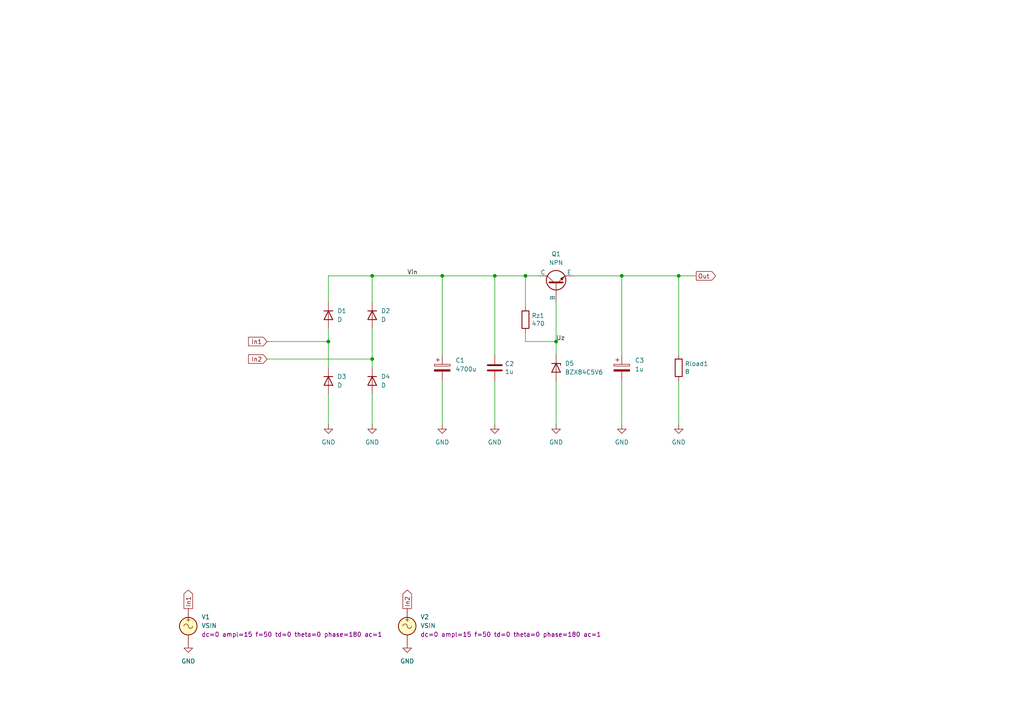
<source format=kicad_sch>
(kicad_sch (version 20250114) (generator "eeschema") (generator_version "9.0")
  (paper "A4")
  (title_block (title "Rectifier with 4 diodes and NPN passtransistor") (date "2025-09-13") (company "GitHub/OJStuff"))
  (lib_symbols
    (symbol "Device:C" (pin_numbers (hide yes)) (pin_names (offset 0.254))
      (property "Reference" "C" (at 0.635 2.54 0))
      (property "Value" "C" (at 0.635 -2.54 0))
      (symbol "C_0_1"
        (polyline (pts (xy -2.032 0.762) (xy 2.032 0.762)) (stroke (width 0.508)))
        (polyline (pts (xy -2.032 -0.762) (xy 2.032 -0.762)) (stroke (width 0.508)))
      )
      (symbol "C_1_1"
        (pin passive line (at 0 3.81 270) (length 2.794) (name "~") (number "1"))
        (pin passive line (at 0 -3.81 90) (length 2.794) (name "~") (number "2"))
      )
    )
    (symbol "Device:C_Polarized" (pin_numbers (hide yes)) (pin_names (offset 0.254))
      (property "Reference" "C" (at 0.635 2.54 0))
      (property "Value" "C_Polarized" (at 0.635 -2.54 0))
      (symbol "C_Polarized_0_1"
        (rectangle (start -2.286 0.508) (end 2.286 1.016))
        (polyline (pts (xy -1.778 2.286) (xy -0.762 2.286)))
        (polyline (pts (xy -1.27 2.794) (xy -1.27 1.778)))
        (rectangle (start 2.286 -0.508) (end -2.286 -1.016) (fill (type outline)))
      )
      (symbol "C_Polarized_1_1"
        (pin passive line (at 0 3.81 270) (length 2.794) (name "~") (number "1"))
        (pin passive line (at 0 -3.81 90) (length 2.794) (name "~") (number "2"))
      )
    )
    (symbol "Device:D" (pin_numbers (hide yes)) (pin_names (offset 1.016) (hide yes))
      (property "Reference" "D" (at 0 2.54 0))
      (property "Value" "D" (at 0 -2.54 0))
      (symbol "D_0_1"
        (polyline (pts (xy -1.27 1.27) (xy -1.27 -1.27)) (stroke (width 0.254)))
        (polyline (pts (xy 1.27 1.27) (xy 1.27 -1.27) (xy -1.27 0) (xy 1.27 1.27)) (stroke (width 0.254)))
        (polyline (pts (xy 1.27 0) (xy -1.27 0)))
      )
      (symbol "D_1_1"
        (pin passive line (at -3.81 0 0) (length 2.54) (name "K") (number "1"))
        (pin passive line (at 3.81 0 180) (length 2.54) (name "A") (number "2"))
      )
    )
    (symbol "Device:D_Zener" (pin_numbers (hide yes)) (pin_names (offset 1.016) (hide yes))
      (property "Reference" "D" (at 0 2.54 0))
      (property "Value" "D_Zener" (at 0 -2.54 0))
      (symbol "D_Zener_0_1"
        (polyline (pts (xy -1.27 -1.27) (xy -1.27 1.27) (xy -0.762 1.27)) (stroke (width 0.254)))
        (polyline (pts (xy 1.27 0) (xy -1.27 0)))
        (polyline (pts (xy 1.27 -1.27) (xy 1.27 1.27) (xy -1.27 0) (xy 1.27 -1.27)) (stroke (width 0.254)))
      )
      (symbol "D_Zener_1_1"
        (pin passive line (at -3.81 0 0) (length 2.54) (name "K") (number "1"))
        (pin passive line (at 3.81 0 180) (length 2.54) (name "A") (number "2"))
      )
    )
    (symbol "Device:R" (pin_numbers (hide yes)) (pin_names (offset 0))
      (property "Reference" "R" (at 2.032 0 90))
      (property "Value" "R" (at 0 0 90))
      (symbol "R_0_1"
        (rectangle (start -1.016 -2.54) (end 1.016 2.54) (stroke (width 0.254)))
      )
      (symbol "R_1_1"
        (pin passive line (at 0 3.81 270) (length 1.27) (name "~") (number "1"))
        (pin passive line (at 0 -3.81 90) (length 1.27) (name "~") (number "2"))
      )
    )
    (symbol "GND_1" (power) (pin_numbers (hide yes)) (pin_names (offset 0) (hide yes))
      (property "Value" "GND" (at 0 -3.81 0))
      (symbol "GND_1_0_1"
        (polyline (pts (xy 0 0) (xy 0 -1.27) (xy 1.27 -1.27) (xy 0 -2.54) (xy -1.27 -1.27) (xy 0 -1.27)))
      )
      (symbol "GND_1_1_1"
        (pin power_in line (at 0 0 270) (length 0) (name "~") (number "1"))
      )
    )
    (symbol "Simulation_SPICE:NPN" (pin_numbers (hide yes)) (pin_names (offset 0))
      (property "Reference" "Q" (at -2.54 7.62 0))
      (property "Value" "NPN" (at -2.54 5.08 0))
      (symbol "NPN_0_1"
        (polyline (pts (xy -2.54 0) (xy 0.635 0)) (stroke (width 0.1524)))
        (polyline (pts (xy 0.635 1.905) (xy 0.635 -1.905) (xy 0.635 -1.905)) (stroke (width 0.508)))
        (polyline (pts (xy 0.635 0.635) (xy 2.54 2.54)))
        (polyline (pts (xy 0.635 -0.635) (xy 2.54 -2.54) (xy 2.54 -2.54)))
        (circle (center 1.27 0) (radius 2.8194) (stroke (width 0.254)))
        (polyline (pts (xy 1.27 -1.778) (xy 1.778 -1.27) (xy 2.286 -2.286) (xy 1.27 -1.778) (xy 1.27 -1.778)) (fill (type outline)))
        (polyline (pts (xy 2.794 -1.27) (xy 2.794 -1.27)) (stroke (width 0.1524)))
        (polyline (pts (xy 2.794 -1.27) (xy 2.794 -1.27)) (stroke (width 0.1524)))
      )
      (symbol "NPN_1_1"
        (pin input line (at -5.08 0 0) (length 2.54) (name "B") (number "2"))
        (pin open_collector line (at 2.54 5.08 270) (length 2.54) (name "C") (number "1"))
        (pin open_emitter line (at 2.54 -5.08 90) (length 2.54) (name "E") (number "3"))
      )
    )
    (symbol "Simulation_SPICE:VSIN" (pin_numbers (hide yes)) (pin_names (offset 0.0254))
      (property "Reference" "V" (at 2.54 2.54 0))
      (property "Value" "VSIN" (at 2.54 0 0))
      (property "Sim.Params" "dc=0 ampl=1 f=1k ac=1" (at 2.54 -2.54 0))
      (symbol "VSIN_0_0"
        (arc (start -1.27 0) (mid -0.635 0.6323) (end 0 0))
        (arc (start 1.27 0) (mid 0.635 -0.6323) (end 0 0))
        (text "+" (at 0 1.905 0) (effects (font (size 1.27 1.27))))
      )
      (symbol "VSIN_0_1"
        (circle (center 0 0) (radius 2.54) (stroke (width 0.254)) (fill (type background)))
      )
      (symbol "VSIN_1_1"
        (pin passive line (at 0 5.08 270) (length 2.54) (name "~") (number "1"))
        (pin passive line (at 0 -5.08 90) (length 2.54) (name "~") (number "2"))
      )
    )
  )
  (junction (at 143.51 80.01))
  (junction (at 107.95 80.01))
  (junction (at 107.95 104.14))
  (junction (at 196.85 80.01))
  (junction (at 152.4 80.01))
  (junction (at 95.25 99.06))
  (junction (at 161.29 99.06))
  (junction (at 180.34 80.01))
  (junction (at 128.27 80.01))
  (wire (pts (xy 143.51 80.01) (xy 143.51 102.87)))
  (wire (pts (xy 128.27 80.01) (xy 128.27 102.87)))
  (wire (pts (xy 161.29 87.63) (xy 161.29 99.06)))
  (wire (pts (xy 107.95 87.63) (xy 107.95 80.01)))
  (wire (pts (xy 143.51 80.01) (xy 152.4 80.01)))
  (wire (pts (xy 196.85 110.49) (xy 196.85 123.19)))
  (wire (pts (xy 196.85 80.01) (xy 201.93 80.01)))
  (wire (pts (xy 152.4 80.01) (xy 156.21 80.01)))
  (wire (pts (xy 107.95 80.01) (xy 128.27 80.01)))
  (wire (pts (xy 95.25 87.63) (xy 95.25 80.01)))
  (wire (pts (xy 77.47 99.06) (xy 95.25 99.06)))
  (wire (pts (xy 161.29 110.49) (xy 161.29 123.19)))
  (wire (pts (xy 196.85 102.87) (xy 196.85 80.01)))
  (wire (pts (xy 107.95 95.25) (xy 107.95 104.14)))
  (wire (pts (xy 180.34 110.49) (xy 180.34 123.19)))
  (wire (pts (xy 152.4 80.01) (xy 152.4 88.9)))
  (wire (pts (xy 152.4 96.52) (xy 152.4 99.06)))
  (wire (pts (xy 180.34 80.01) (xy 180.34 102.87)))
  (wire (pts (xy 166.37 80.01) (xy 180.34 80.01)))
  (wire (pts (xy 77.47 104.14) (xy 107.95 104.14)))
  (wire (pts (xy 161.29 99.06) (xy 161.29 102.87)))
  (wire (pts (xy 95.25 114.3) (xy 95.25 123.19)))
  (wire (pts (xy 143.51 110.49) (xy 143.51 123.19)))
  (wire (pts (xy 128.27 80.01) (xy 143.51 80.01)))
  (wire (pts (xy 128.27 110.49) (xy 128.27 123.19)))
  (wire (pts (xy 95.25 99.06) (xy 95.25 106.68)))
  (wire (pts (xy 95.25 95.25) (xy 95.25 99.06)))
  (wire (pts (xy 152.4 99.06) (xy 161.29 99.06)))
  (wire (pts (xy 95.25 80.01) (xy 107.95 80.01)))
  (wire (pts (xy 180.34 80.01) (xy 196.85 80.01)))
  (wire (pts (xy 107.95 106.68) (xy 107.95 104.14)))
  (wire (pts (xy 107.95 114.3) (xy 107.95 123.19)))
  (label "Vin" (at 118.11 80.01 0))
  (label "Uz" (at 161.29 99.06 0))
  (global_label "In2" (shape output) (at 118.11 176.53 90) (property "Intersheetrefs" "${INTERSHEET_REFS}" (effects (hide yes))))
  (global_label "Out" (shape output) (at 201.93 80.01 0) (property "Intersheetrefs" "${INTERSHEET_REFS}" (effects (hide yes))))
  (global_label "In1" (shape output) (at 54.61 176.53 90) (property "Intersheetrefs" "${INTERSHEET_REFS}" (effects (hide yes))))
  (global_label "In2" (shape input) (at 77.47 104.14 180) (property "Intersheetrefs" "${INTERSHEET_REFS}" (effects (hide yes))))
  (global_label "In1" (shape input) (at 77.47 99.06 180) (property "Intersheetrefs" "${INTERSHEET_REFS}" (effects (hide yes))))
  (symbol (lib_name "GND_1") (lib_id "power:GND") (at 128.27 123.19 0) (unit 1)
    (property "Reference" "#PWR05" (effects (hide yes)))
    (property "Value" "GND" (at 128.27 128.27 0))
    (property "Description" "Power symbol creates a global label with name \"GND\" , ground" (effects (hide yes)))
  )
  (symbol (lib_name "GND_1") (lib_id "power:GND") (at 95.25 123.19 0) (unit 1)
    (property "Reference" "#PWR03" (effects (hide yes)))
    (property "Value" "GND" (at 95.25 128.27 0))
    (property "Description" "Power symbol creates a global label with name \"GND\" , ground" (effects (hide yes)))
  )
  (symbol (lib_name "GND_1") (lib_id "power:GND") (at 180.34 123.19 0) (unit 1)
    (property "Reference" "#PWR08" (effects (hide yes)))
    (property "Value" "GND" (at 180.34 128.27 0))
    (property "Description" "Power symbol creates a global label with name \"GND\" , ground" (effects (hide yes)))
  )
  (symbol (lib_id "Device:C") (at 143.51 106.68 0) (unit 1)
    (property "Reference" "C2" (at 146.431 105.5116 0) (effects (justify left)))
    (property "Value" "1u" (at 146.431 107.823 0) (effects (justify left)))
    (property "Footprint" "Capacitor_THT:C_Disc_D3.0mm_W1.6mm_P2.50mm" (effects (hide yes)))
  )
  (symbol (lib_id "Device:D") (at 107.95 110.49 270) (unit 1)
    (property "Reference" "D4" (at 110.49 109.2199 90) (effects (justify left)))
    (property "Value" "D" (at 110.49 111.7599 90) (effects (justify left)))
    (property "Description" "Diode" (effects (hide yes)))
    (property "Sim.Device" "D" (effects (hide yes)))
    (property "Sim.Pins" "1=K 2=A" (effects (hide yes)))
  )
  (symbol (lib_id "Device:D_Zener") (at 161.29 106.68 270) (unit 1)
    (property "Reference" "D5" (at 163.83 105.4099 90) (effects (justify left)))
    (property "Value" "BZX84C5V6" (at 163.83 107.9499 90) (effects (justify left)))
    (property "Sim.Library" "BZX84C5V6.LIB" (effects (hide yes)))
    (property "Sim.Name" "BZX84C5V6" (effects (hide yes)))
    (property "Sim.Pins" "1=1 2=2" (effects (hide yes)))
    (property "Sim.Device" "SUBCKT" (effects (hide yes)))
  )
  (symbol (lib_id "Device:R") (at 196.85 106.68 0) (unit 1)
    (property "Reference" "Rload1" (at 198.628 105.5116 0) (effects (justify left)))
    (property "Value" "8" (at 198.628 107.823 0) (effects (justify left)))
    (property "Footprint" "Resistor_THT:R_Axial_DIN0309_L9.0mm_D3.2mm_P12.70mm_Horizontal" (effects (hide yes)))
  )
  (symbol (lib_id "Simulation_SPICE:VSIN") (at 54.61 181.61 0) (unit 1)
    (property "Reference" "V1" (at 58.42 178.9401 0) (effects (justify left)))
    (property "Value" "VSIN" (at 58.42 181.4801 0) (effects (justify left)))
    (property "Datasheet" "https://ngspice.sourceforge.io/docs/ngspice-html-manual/manual.xhtml#sec_Independent_Sources_for" (effects (hide yes)))
    (property "Description" "Voltage source, sinusoidal" (effects (hide yes)))
    (property "Sim.Pins" "1=+ 2=-" (effects (hide yes)))
    (property "Sim.Params" "dc=0 ampl=15 f=50 td=0 theta=0 phase=180 ac=1" (at 58.42 184.0201 0) (effects (justify left)))
    (property "Sim.Type" "SIN" (effects (hide yes)))
    (property "Sim.Device" "V" (effects (hide yes)))
  )
  (symbol (lib_name "GND_1") (lib_id "power:GND") (at 54.61 186.69 0) (unit 1)
    (property "Reference" "#PWR02" (effects (hide yes)))
    (property "Value" "GND" (at 54.61 191.77 0))
    (property "Description" "Power symbol creates a global label with name \"GND\" , ground" (effects (hide yes)))
  )
  (symbol (lib_id "Device:C_Polarized") (at 128.27 106.68 0) (unit 1)
    (property "Reference" "C1" (at 132.08 104.5209 0) (effects (justify left)))
    (property "Value" "4700u" (at 132.08 107.0609 0) (effects (justify left)))
    (property "Footprint" "Capacitor_THT:CP_Radial_D16.0mm_P7.50mm" (effects (hide yes)))
  )
  (symbol (lib_id "Device:D") (at 95.25 110.49 270) (unit 1)
    (property "Reference" "D3" (at 97.79 109.2199 90) (effects (justify left)))
    (property "Value" "D" (at 97.79 111.7599 90) (effects (justify left)))
    (property "Description" "Diode" (effects (hide yes)))
    (property "Sim.Device" "D" (effects (hide yes)))
    (property "Sim.Pins" "1=K 2=A" (effects (hide yes)))
  )
  (symbol (lib_id "Device:D") (at 107.95 91.44 270) (unit 1)
    (property "Reference" "D2" (at 110.49 90.1699 90) (effects (justify left)))
    (property "Value" "D" (at 110.49 92.7099 90) (effects (justify left)))
    (property "Description" "Diode" (effects (hide yes)))
    (property "Sim.Device" "D" (effects (hide yes)))
    (property "Sim.Pins" "1=K 2=A" (effects (hide yes)))
  )
  (symbol (lib_id "Simulation_SPICE:VSIN") (at 118.11 181.61 0) (unit 1)
    (property "Reference" "V2" (at 121.92 178.9401 0) (effects (justify left)))
    (property "Value" "VSIN" (at 121.92 181.4801 0) (effects (justify left)))
    (property "Datasheet" "https://ngspice.sourceforge.io/docs/ngspice-html-manual/manual.xhtml#sec_Independent_Sources_for" (effects (hide yes)))
    (property "Description" "Voltage source, sinusoidal" (effects (hide yes)))
    (property "Sim.Pins" "1=+ 2=-" (effects (hide yes)))
    (property "Sim.Params" "dc=0 ampl=15 f=50 td=0 theta=0 phase=180 ac=1" (at 121.92 184.0201 0) (effects (justify left)))
    (property "Sim.Type" "SIN" (effects (hide yes)))
    (property "Sim.Device" "V" (effects (hide yes)))
  )
  (symbol (lib_name "GND_1") (lib_id "power:GND") (at 161.29 123.19 0) (unit 1)
    (property "Reference" "#PWR07" (effects (hide yes)))
    (property "Value" "GND" (at 161.29 128.27 0))
    (property "Description" "Power symbol creates a global label with name \"GND\" , ground" (effects (hide yes)))
  )
  (symbol (lib_id "Device:D") (at 95.25 91.44 270) (unit 1)
    (property "Reference" "D1" (at 97.79 90.1699 90) (effects (justify left)))
    (property "Value" "D" (at 97.79 92.7099 90) (effects (justify left)))
    (property "Description" "Diode" (effects (hide yes)))
    (property "Sim.Device" "D" (effects (hide yes)))
    (property "Sim.Pins" "1=K 2=A" (effects (hide yes)))
  )
  (symbol (lib_name "GND_1") (lib_id "power:GND") (at 118.11 186.69 0) (unit 1)
    (property "Reference" "#PWR01" (effects (hide yes)))
    (property "Value" "GND" (at 118.11 191.77 0))
    (property "Description" "Power symbol creates a global label with name \"GND\" , ground" (effects (hide yes)))
  )
  (symbol (lib_id "Device:R") (at 152.4 92.71 0) (unit 1)
    (property "Reference" "Rz1" (at 154.178 91.5416 0) (effects (justify left)))
    (property "Value" "470" (at 154.178 93.853 0) (effects (justify left)))
    (property "Footprint" "Resistor_THT:R_Axial_DIN0309_L9.0mm_D3.2mm_P12.70mm_Horizontal" (effects (hide yes)))
    (property "Sim.Device" "R" (effects (hide yes)))
    (property "Sim.Pins" "1=+ 2=-" (effects (hide yes)))
  )
  (symbol (lib_name "GND_1") (lib_id "power:GND") (at 196.85 123.19 0) (unit 1)
    (property "Reference" "#PWR09" (effects (hide yes)))
    (property "Value" "GND" (at 196.85 128.27 0))
    (property "Description" "Power symbol creates a global label with name \"GND\" , ground" (effects (hide yes)))
  )
  (symbol (lib_id "Device:C_Polarized") (at 180.34 106.68 0) (unit 1)
    (property "Reference" "C3" (at 184.15 104.5209 0) (effects (justify left)))
    (property "Value" "1u" (at 184.15 107.0609 0) (effects (justify left)))
    (property "Footprint" "Capacitor_THT:CP_Radial_D16.0mm_P7.50mm" (effects (hide yes)))
  )
  (symbol (lib_name "GND_1") (lib_id "power:GND") (at 107.95 123.19 0) (unit 1)
    (property "Reference" "#PWR04" (effects (hide yes)))
    (property "Value" "GND" (at 107.95 128.27 0))
    (property "Description" "Power symbol creates a global label with name \"GND\" , ground" (effects (hide yes)))
  )
  (symbol (lib_name "GND_1") (lib_id "power:GND") (at 143.51 123.19 0) (unit 1)
    (property "Reference" "#PWR06" (effects (hide yes)))
    (property "Value" "GND" (at 143.51 128.27 0))
    (property "Description" "Power symbol creates a global label with name \"GND\" , ground" (effects (hide yes)))
  )
  (symbol (lib_id "Simulation_SPICE:NPN") (at 161.29 82.55 90) (unit 1)
    (property "Reference" "Q1" (at 161.29 73.66 90))
    (property "Value" "NPN" (at 161.29 76.2 90))
    (property "Datasheet" "https://ngspice.sourceforge.io/docs/ngspice-html-manual/manual.xhtml#cha_BJTs" (effects (hide yes)))
    (property "Description" "Bipolar transistor symbol for simulation only, substrate tied to the emitter" (effects (hide yes)))
    (property "Sim.Device" "NPN" (effects (hide yes)))
    (property "Sim.Type" "GUMMELPOON" (effects (hide yes)))
    (property "Sim.Pins" "1=C 2=B 3=E" (effects (hide yes)))
  )
)
</source>
